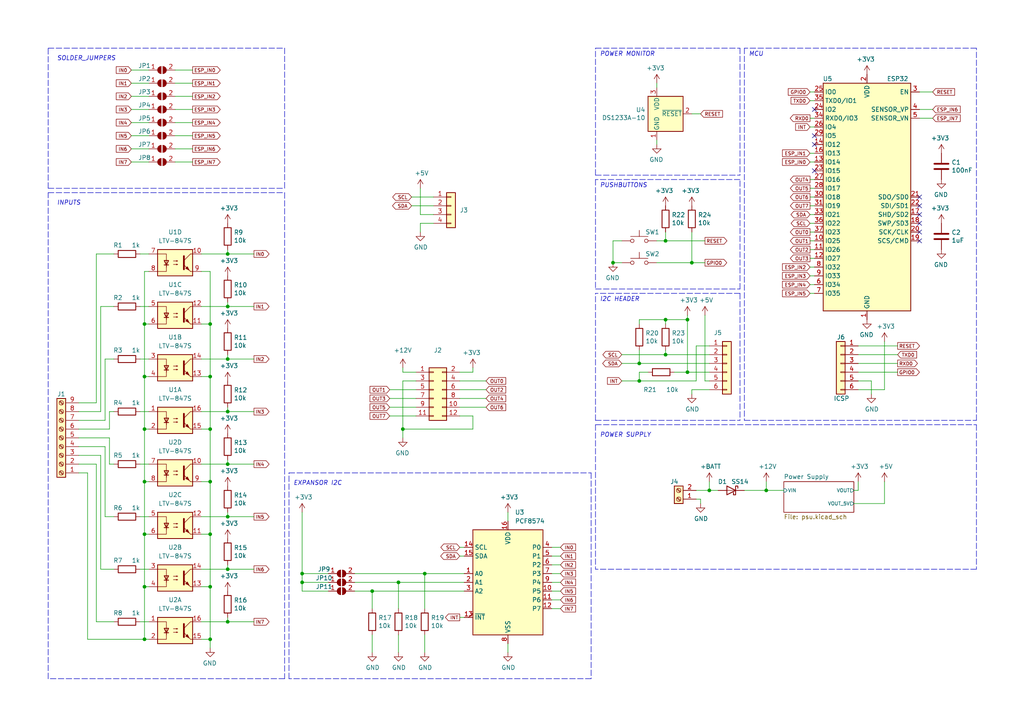
<source format=kicad_sch>
(kicad_sch (version 20211123) (generator eeschema)
  (paper "A4")
  (junction (at 60.96 170.18))
  (junction (at 222.25 142.24))
  (junction (at 66.04 73.66))
  (junction (at 123.19 166.37))
  (junction (at 185.42 110.49))
  (junction (at 60.96 124.46))
  (junction (at 41.91 93.98))
  (junction (at 60.96 185.42))
  (junction (at 87.63 166.37))
  (junction (at 41.91 185.42))
  (junction (at 107.95 171.45))
  (junction (at 185.42 105.41))
  (junction (at 66.04 104.14))
  (junction (at 41.91 124.46))
  (junction (at 116.84 124.46))
  (junction (at 199.39 107.95))
  (junction (at 66.04 149.86))
  (junction (at 41.91 109.22))
  (junction (at 205.74 142.24))
  (junction (at 60.96 139.7))
  (junction (at 41.91 170.18))
  (junction (at 177.8 76.2))
  (junction (at 193.04 102.87))
  (junction (at 66.04 134.62))
  (junction (at 66.04 180.34))
  (junction (at 41.91 139.7))
  (junction (at 200.66 76.2))
  (junction (at 66.04 165.1))
  (junction (at 60.96 154.94))
  (junction (at 115.57 168.91))
  (junction (at 41.91 154.94))
  (junction (at 193.04 69.85))
  (junction (at 193.04 92.71))
  (junction (at 66.04 88.9))
  (junction (at 60.96 93.98))
  (junction (at 66.04 119.38))
  (junction (at 199.39 92.71))
  (junction (at 87.63 168.91))
  (junction (at 60.96 109.22))
  (no_connect (at 236.22 31.75))
  (no_connect (at 266.7 64.77))
  (no_connect (at 236.22 41.91))
  (no_connect (at 236.22 39.37))
  (no_connect (at 266.7 62.23))
  (no_connect (at 236.22 49.53))
  (no_connect (at 266.7 69.85))
  (no_connect (at 266.7 67.31))
  (no_connect (at 266.7 59.69))
  (no_connect (at 266.7 57.15))
  (wire (pts (xy 60.96 124.46) (xy 60.96 139.7)))
  (polyline (pts (xy 82.55 196.85) (xy 13.97 196.85)))
  (wire (pts (xy 234.95 54.61) (xy 236.22 54.61)))
  (wire (pts (xy 133.35 120.65) (xy 137.16 120.65)))
  (wire (pts (xy 193.04 69.85) (xy 190.5 69.85)))
  (wire (pts (xy 38.1 43.18) (xy 43.18 43.18)))
  (wire (pts (xy 60.96 185.42) (xy 60.96 187.96)))
  (wire (pts (xy 40.64 180.34) (xy 43.18 180.34)))
  (polyline (pts (xy 171.45 137.16) (xy 171.45 196.85)))
  (wire (pts (xy 60.96 78.74) (xy 58.42 78.74)))
  (wire (pts (xy 60.96 78.74) (xy 60.96 93.98)))
  (wire (pts (xy 234.95 85.09) (xy 236.22 85.09)))
  (wire (pts (xy 66.04 134.62) (xy 66.04 133.35)))
  (wire (pts (xy 58.42 180.34) (xy 66.04 180.34)))
  (wire (pts (xy 234.95 80.01) (xy 236.22 80.01)))
  (wire (pts (xy 107.95 184.15) (xy 107.95 189.23)))
  (polyline (pts (xy 214.63 83.82) (xy 214.63 52.07)))
  (wire (pts (xy 160.02 173.99) (xy 162.56 173.99)))
  (wire (pts (xy 41.91 109.22) (xy 43.18 109.22)))
  (wire (pts (xy 25.4 185.42) (xy 41.91 185.42)))
  (polyline (pts (xy 172.72 123.19) (xy 283.21 123.19)))
  (wire (pts (xy 133.35 179.07) (xy 134.62 179.07)))
  (polyline (pts (xy 83.82 137.16) (xy 171.45 137.16)))
  (wire (pts (xy 177.8 69.85) (xy 180.34 69.85)))
  (wire (pts (xy 137.16 120.65) (xy 137.16 124.46)))
  (wire (pts (xy 22.86 127) (xy 31.75 127)))
  (wire (pts (xy 66.04 73.66) (xy 73.66 73.66)))
  (wire (pts (xy 185.42 107.95) (xy 185.42 110.49)))
  (wire (pts (xy 133.35 161.29) (xy 134.62 161.29)))
  (wire (pts (xy 234.95 74.93) (xy 236.22 74.93)))
  (wire (pts (xy 50.8 43.18) (xy 55.88 43.18)))
  (polyline (pts (xy 83.82 196.85) (xy 83.82 137.16)))
  (wire (pts (xy 31.75 119.38) (xy 31.75 124.46)))
  (wire (pts (xy 66.04 134.62) (xy 73.66 134.62)))
  (wire (pts (xy 50.8 31.75) (xy 55.88 31.75)))
  (wire (pts (xy 38.1 31.75) (xy 43.18 31.75)))
  (wire (pts (xy 199.39 107.95) (xy 205.74 107.95)))
  (wire (pts (xy 180.34 102.87) (xy 193.04 102.87)))
  (wire (pts (xy 201.93 100.33) (xy 205.74 100.33)))
  (wire (pts (xy 41.91 124.46) (xy 41.91 139.7)))
  (wire (pts (xy 87.63 168.91) (xy 87.63 166.37)))
  (wire (pts (xy 40.64 104.14) (xy 43.18 104.14)))
  (polyline (pts (xy 13.97 55.88) (xy 82.55 55.88)))
  (wire (pts (xy 113.03 115.57) (xy 120.65 115.57)))
  (wire (pts (xy 121.92 62.23) (xy 121.92 54.61)))
  (wire (pts (xy 193.04 93.98) (xy 193.04 92.71)))
  (wire (pts (xy 185.42 105.41) (xy 205.74 105.41)))
  (wire (pts (xy 121.92 64.77) (xy 125.73 64.77)))
  (polyline (pts (xy 215.9 13.97) (xy 215.9 121.92)))
  (wire (pts (xy 60.96 139.7) (xy 58.42 139.7)))
  (wire (pts (xy 116.84 107.95) (xy 120.65 107.95)))
  (wire (pts (xy 256.54 113.03) (xy 256.54 99.06)))
  (wire (pts (xy 187.96 107.95) (xy 185.42 107.95)))
  (wire (pts (xy 115.57 168.91) (xy 134.62 168.91)))
  (wire (pts (xy 200.66 76.2) (xy 200.66 67.31)))
  (wire (pts (xy 252.73 110.49) (xy 252.73 114.3)))
  (wire (pts (xy 60.96 154.94) (xy 60.96 170.18)))
  (wire (pts (xy 30.48 104.14) (xy 33.02 104.14)))
  (wire (pts (xy 234.95 46.99) (xy 236.22 46.99)))
  (wire (pts (xy 185.42 92.71) (xy 193.04 92.71)))
  (wire (pts (xy 205.74 142.24) (xy 208.28 142.24)))
  (wire (pts (xy 160.02 158.75) (xy 162.56 158.75)))
  (wire (pts (xy 160.02 176.53) (xy 162.56 176.53)))
  (polyline (pts (xy 214.63 13.97) (xy 214.63 50.8)))
  (wire (pts (xy 27.94 134.62) (xy 27.94 180.34)))
  (wire (pts (xy 102.87 171.45) (xy 107.95 171.45)))
  (wire (pts (xy 41.91 185.42) (xy 43.18 185.42)))
  (wire (pts (xy 38.1 20.32) (xy 43.18 20.32)))
  (wire (pts (xy 185.42 93.98) (xy 185.42 92.71)))
  (wire (pts (xy 27.94 73.66) (xy 33.02 73.66)))
  (wire (pts (xy 58.42 165.1) (xy 66.04 165.1)))
  (polyline (pts (xy 214.63 52.07) (xy 172.72 52.07)))
  (polyline (pts (xy 171.45 196.85) (xy 83.82 196.85)))
  (wire (pts (xy 27.94 116.84) (xy 27.94 73.66)))
  (wire (pts (xy 22.86 121.92) (xy 30.48 121.92)))
  (wire (pts (xy 31.75 127) (xy 31.75 134.62)))
  (wire (pts (xy 137.16 124.46) (xy 116.84 124.46)))
  (wire (pts (xy 102.87 168.91) (xy 115.57 168.91)))
  (wire (pts (xy 29.21 132.08) (xy 29.21 165.1)))
  (wire (pts (xy 180.34 110.49) (xy 185.42 110.49)))
  (wire (pts (xy 50.8 39.37) (xy 55.88 39.37)))
  (wire (pts (xy 248.92 105.41) (xy 260.35 105.41)))
  (wire (pts (xy 234.95 57.15) (xy 236.22 57.15)))
  (wire (pts (xy 190.5 24.13) (xy 190.5 25.4)))
  (wire (pts (xy 22.86 134.62) (xy 27.94 134.62)))
  (wire (pts (xy 58.42 149.86) (xy 66.04 149.86)))
  (wire (pts (xy 50.8 35.56) (xy 55.88 35.56)))
  (wire (pts (xy 133.35 158.75) (xy 134.62 158.75)))
  (wire (pts (xy 40.64 134.62) (xy 43.18 134.62)))
  (wire (pts (xy 66.04 88.9) (xy 73.66 88.9)))
  (polyline (pts (xy 214.63 85.09) (xy 172.72 85.09)))
  (wire (pts (xy 234.95 82.55) (xy 236.22 82.55)))
  (wire (pts (xy 234.95 62.23) (xy 236.22 62.23)))
  (wire (pts (xy 234.95 69.85) (xy 236.22 69.85)))
  (wire (pts (xy 66.04 88.9) (xy 66.04 87.63)))
  (wire (pts (xy 201.93 144.78) (xy 203.2 144.78)))
  (wire (pts (xy 193.04 102.87) (xy 205.74 102.87)))
  (wire (pts (xy 133.35 107.95) (xy 137.16 107.95)))
  (wire (pts (xy 38.1 39.37) (xy 43.18 39.37)))
  (wire (pts (xy 248.92 100.33) (xy 260.35 100.33)))
  (wire (pts (xy 116.84 124.46) (xy 116.84 110.49)))
  (wire (pts (xy 38.1 35.56) (xy 43.18 35.56)))
  (wire (pts (xy 248.92 110.49) (xy 252.73 110.49)))
  (wire (pts (xy 107.95 171.45) (xy 107.95 176.53)))
  (wire (pts (xy 66.04 73.66) (xy 66.04 72.39)))
  (wire (pts (xy 234.95 72.39) (xy 236.22 72.39)))
  (wire (pts (xy 66.04 165.1) (xy 66.04 163.83)))
  (wire (pts (xy 147.32 186.69) (xy 147.32 189.23)))
  (wire (pts (xy 58.42 104.14) (xy 66.04 104.14)))
  (wire (pts (xy 41.91 154.94) (xy 43.18 154.94)))
  (wire (pts (xy 234.95 36.83) (xy 236.22 36.83)))
  (polyline (pts (xy 172.72 121.92) (xy 214.63 121.92)))
  (wire (pts (xy 199.39 92.71) (xy 199.39 91.44)))
  (wire (pts (xy 160.02 161.29) (xy 162.56 161.29)))
  (polyline (pts (xy 283.21 123.19) (xy 283.21 165.1)))
  (wire (pts (xy 66.04 119.38) (xy 66.04 118.11)))
  (wire (pts (xy 180.34 105.41) (xy 185.42 105.41)))
  (wire (pts (xy 256.54 146.05) (xy 247.65 146.05)))
  (wire (pts (xy 87.63 171.45) (xy 95.25 171.45)))
  (wire (pts (xy 248.92 139.7) (xy 248.92 142.24)))
  (wire (pts (xy 30.48 149.86) (xy 30.48 129.54)))
  (wire (pts (xy 115.57 168.91) (xy 115.57 176.53)))
  (wire (pts (xy 133.35 115.57) (xy 140.97 115.57)))
  (wire (pts (xy 60.96 93.98) (xy 58.42 93.98)))
  (wire (pts (xy 50.8 46.99) (xy 55.88 46.99)))
  (wire (pts (xy 87.63 171.45) (xy 87.63 168.91)))
  (wire (pts (xy 234.95 26.67) (xy 236.22 26.67)))
  (wire (pts (xy 234.95 29.21) (xy 236.22 29.21)))
  (wire (pts (xy 60.96 185.42) (xy 58.42 185.42)))
  (wire (pts (xy 22.86 116.84) (xy 27.94 116.84)))
  (wire (pts (xy 185.42 110.49) (xy 201.93 110.49)))
  (wire (pts (xy 248.92 107.95) (xy 260.35 107.95)))
  (wire (pts (xy 33.02 88.9) (xy 29.21 88.9)))
  (wire (pts (xy 123.19 184.15) (xy 123.19 189.23)))
  (wire (pts (xy 33.02 119.38) (xy 31.75 119.38)))
  (wire (pts (xy 195.58 107.95) (xy 199.39 107.95)))
  (wire (pts (xy 160.02 163.83) (xy 162.56 163.83)))
  (wire (pts (xy 256.54 139.7) (xy 256.54 146.05)))
  (wire (pts (xy 200.66 114.3) (xy 200.66 113.03)))
  (wire (pts (xy 60.96 170.18) (xy 58.42 170.18)))
  (wire (pts (xy 41.91 109.22) (xy 41.91 124.46)))
  (wire (pts (xy 29.21 88.9) (xy 29.21 119.38)))
  (polyline (pts (xy 172.72 13.97) (xy 214.63 13.97)))
  (wire (pts (xy 133.35 113.03) (xy 140.97 113.03)))
  (wire (pts (xy 66.04 104.14) (xy 66.04 102.87)))
  (polyline (pts (xy 215.9 121.92) (xy 283.21 121.92)))
  (wire (pts (xy 43.18 78.74) (xy 41.91 78.74)))
  (wire (pts (xy 40.64 149.86) (xy 43.18 149.86)))
  (wire (pts (xy 107.95 171.45) (xy 134.62 171.45)))
  (polyline (pts (xy 172.72 50.8) (xy 172.72 13.97)))
  (polyline (pts (xy 13.97 54.61) (xy 13.97 13.97)))
  (polyline (pts (xy 214.63 85.09) (xy 214.63 121.92)))
  (wire (pts (xy 40.64 88.9) (xy 43.18 88.9)))
  (wire (pts (xy 116.84 106.68) (xy 116.84 107.95)))
  (wire (pts (xy 58.42 73.66) (xy 66.04 73.66)))
  (wire (pts (xy 60.96 109.22) (xy 58.42 109.22)))
  (wire (pts (xy 22.86 132.08) (xy 29.21 132.08)))
  (wire (pts (xy 185.42 101.6) (xy 185.42 105.41)))
  (wire (pts (xy 60.96 139.7) (xy 60.96 154.94)))
  (wire (pts (xy 234.95 44.45) (xy 236.22 44.45)))
  (wire (pts (xy 193.04 67.31) (xy 193.04 69.85)))
  (wire (pts (xy 41.91 154.94) (xy 41.91 170.18)))
  (wire (pts (xy 58.42 88.9) (xy 66.04 88.9)))
  (wire (pts (xy 113.03 120.65) (xy 120.65 120.65)))
  (wire (pts (xy 60.96 124.46) (xy 58.42 124.46)))
  (wire (pts (xy 234.95 64.77) (xy 236.22 64.77)))
  (wire (pts (xy 234.95 77.47) (xy 236.22 77.47)))
  (polyline (pts (xy 172.72 123.19) (xy 172.72 165.1)))
  (wire (pts (xy 22.86 124.46) (xy 31.75 124.46)))
  (wire (pts (xy 204.47 91.44) (xy 204.47 110.49)))
  (wire (pts (xy 66.04 180.34) (xy 73.66 180.34)))
  (wire (pts (xy 60.96 93.98) (xy 60.96 109.22)))
  (wire (pts (xy 87.63 166.37) (xy 95.25 166.37)))
  (wire (pts (xy 60.96 170.18) (xy 60.96 185.42)))
  (polyline (pts (xy 283.21 121.92) (xy 283.21 13.97)))
  (wire (pts (xy 29.21 165.1) (xy 33.02 165.1)))
  (wire (pts (xy 60.96 109.22) (xy 60.96 124.46)))
  (wire (pts (xy 203.2 144.78) (xy 203.2 146.05)))
  (wire (pts (xy 116.84 127) (xy 116.84 124.46)))
  (wire (pts (xy 22.86 137.16) (xy 25.4 137.16)))
  (wire (pts (xy 177.8 76.2) (xy 177.8 69.85)))
  (wire (pts (xy 193.04 92.71) (xy 199.39 92.71)))
  (wire (pts (xy 115.57 184.15) (xy 115.57 189.23)))
  (wire (pts (xy 147.32 148.59) (xy 147.32 151.13)))
  (wire (pts (xy 66.04 119.38) (xy 73.66 119.38)))
  (wire (pts (xy 248.92 102.87) (xy 260.35 102.87)))
  (wire (pts (xy 66.04 165.1) (xy 73.66 165.1)))
  (polyline (pts (xy 172.72 83.82) (xy 214.63 83.82)))
  (wire (pts (xy 41.91 170.18) (xy 41.91 185.42)))
  (wire (pts (xy 121.92 67.31) (xy 121.92 64.77)))
  (wire (pts (xy 200.66 113.03) (xy 205.74 113.03)))
  (wire (pts (xy 102.87 166.37) (xy 123.19 166.37)))
  (wire (pts (xy 41.91 139.7) (xy 43.18 139.7)))
  (wire (pts (xy 66.04 149.86) (xy 66.04 148.59)))
  (wire (pts (xy 87.63 148.59) (xy 87.63 166.37)))
  (wire (pts (xy 193.04 101.6) (xy 193.04 102.87)))
  (wire (pts (xy 119.38 57.15) (xy 125.73 57.15)))
  (wire (pts (xy 201.93 142.24) (xy 205.74 142.24)))
  (wire (pts (xy 30.48 121.92) (xy 30.48 104.14)))
  (wire (pts (xy 41.91 78.74) (xy 41.91 93.98)))
  (wire (pts (xy 50.8 27.94) (xy 55.88 27.94)))
  (wire (pts (xy 41.91 170.18) (xy 43.18 170.18)))
  (wire (pts (xy 204.47 69.85) (xy 193.04 69.85)))
  (wire (pts (xy 30.48 129.54) (xy 22.86 129.54)))
  (wire (pts (xy 38.1 46.99) (xy 43.18 46.99)))
  (wire (pts (xy 123.19 166.37) (xy 134.62 166.37)))
  (wire (pts (xy 125.73 62.23) (xy 121.92 62.23)))
  (wire (pts (xy 215.9 142.24) (xy 222.25 142.24)))
  (wire (pts (xy 266.7 31.75) (xy 270.51 31.75)))
  (wire (pts (xy 40.64 165.1) (xy 43.18 165.1)))
  (wire (pts (xy 248.92 142.24) (xy 247.65 142.24)))
  (wire (pts (xy 66.04 104.14) (xy 73.66 104.14)))
  (polyline (pts (xy 283.21 13.97) (xy 215.9 13.97)))
  (wire (pts (xy 190.5 41.91) (xy 190.5 40.64)))
  (wire (pts (xy 234.95 52.07) (xy 236.22 52.07)))
  (wire (pts (xy 133.35 118.11) (xy 140.97 118.11)))
  (polyline (pts (xy 172.72 52.07) (xy 172.72 83.82)))
  (wire (pts (xy 41.91 93.98) (xy 41.91 109.22)))
  (polyline (pts (xy 13.97 196.85) (xy 13.97 55.88)))
  (wire (pts (xy 199.39 92.71) (xy 199.39 107.95)))
  (wire (pts (xy 40.64 73.66) (xy 43.18 73.66)))
  (wire (pts (xy 234.95 67.31) (xy 236.22 67.31)))
  (wire (pts (xy 190.5 76.2) (xy 200.66 76.2)))
  (wire (pts (xy 25.4 137.16) (xy 25.4 185.42)))
  (polyline (pts (xy 13.97 54.61) (xy 82.55 54.61)))
  (wire (pts (xy 27.94 180.34) (xy 33.02 180.34)))
  (polyline (pts (xy 82.55 13.97) (xy 82.55 54.61)))
  (wire (pts (xy 160.02 168.91) (xy 162.56 168.91)))
  (wire (pts (xy 66.04 180.34) (xy 66.04 179.07)))
  (wire (pts (xy 41.91 93.98) (xy 43.18 93.98)))
  (wire (pts (xy 50.8 20.32) (xy 55.88 20.32)))
  (wire (pts (xy 33.02 149.86) (xy 30.48 149.86)))
  (wire (pts (xy 137.16 107.95) (xy 137.16 106.68)))
  (wire (pts (xy 31.75 134.62) (xy 33.02 134.62)))
  (wire (pts (xy 113.03 118.11) (xy 120.65 118.11)))
  (wire (pts (xy 116.84 110.49) (xy 120.65 110.49)))
  (polyline (pts (xy 13.97 13.97) (xy 82.55 13.97)))
  (wire (pts (xy 222.25 142.24) (xy 227.33 142.24)))
  (wire (pts (xy 87.63 168.91) (xy 95.25 168.91)))
  (wire (pts (xy 41.91 139.7) (xy 41.91 154.94)))
  (wire (pts (xy 222.25 139.7) (xy 222.25 142.24)))
  (wire (pts (xy 66.04 149.86) (xy 73.66 149.86)))
  (wire (pts (xy 234.95 59.69) (xy 236.22 59.69)))
  (wire (pts (xy 60.96 154.94) (xy 58.42 154.94)))
  (polyline (pts (xy 172.72 50.8) (xy 214.63 50.8)))
  (wire (pts (xy 123.19 166.37) (xy 123.19 176.53)))
  (polyline (pts (xy 283.21 165.1) (xy 172.72 165.1)))
  (wire (pts (xy 177.8 76.2) (xy 180.34 76.2)))
  (wire (pts (xy 204.47 110.49) (xy 205.74 110.49)))
  (polyline (pts (xy 82.55 55.88) (xy 82.55 196.85)))
  (wire (pts (xy 160.02 166.37) (xy 162.56 166.37)))
  (wire (pts (xy 40.64 119.38) (xy 43.18 119.38)))
  (wire (pts (xy 201.93 110.49) (xy 201.93 100.33)))
  (wire (pts (xy 58.42 134.62) (xy 66.04 134.62)))
  (wire (pts (xy 205.74 139.7) (xy 205.74 142.24)))
  (wire (pts (xy 204.47 76.2) (xy 200.66 76.2)))
  (wire (pts (xy 270.51 26.67) (xy 266.7 26.67)))
  (wire (pts (xy 266.7 34.29) (xy 270.51 34.29)))
  (wire (pts (xy 29.21 119.38) (xy 22.86 119.38)))
  (wire (pts (xy 234.95 34.29) (xy 236.22 34.29)))
  (wire (pts (xy 38.1 24.13) (xy 43.18 24.13)))
  (wire (pts (xy 113.03 113.03) (xy 120.65 113.03)))
  (wire (pts (xy 41.91 124.46) (xy 43.18 124.46)))
  (wire (pts (xy 119.38 59.69) (xy 125.73 59.69)))
  (wire (pts (xy 248.92 113.03) (xy 256.54 113.03)))
  (wire (pts (xy 58.42 119.38) (xy 66.04 119.38)))
  (wire (pts (xy 50.8 24.13) (xy 55.88 24.13)))
  (wire (pts (xy 203.2 33.02) (xy 200.66 33.02)))
  (wire (pts (xy 38.1 27.94) (xy 43.18 27.94)))
  (wire (pts (xy 160.02 171.45) (xy 162.56 171.45)))
  (polyline (pts (xy 172.72 121.92) (xy 172.72 85.09)))
  (wire (pts (xy 133.35 110.49) (xy 140.97 110.49)))
  (text "POWER MONITOR" (at 173.99 16.51 0) (effects (font (size 1.27 1.27) italic) (justify left bottom)))
  (text "I2C HEADER" (at 173.99 87.63 0) (effects (font (size 1.27 1.27) italic) (justify left bottom)))
  (text "EXPANSOR I2C" (at 85.09 140.97 0) (effects (font (size 1.27 1.27) italic) (justify left bottom)))
  (text "POWER SUPPLY" (at 173.99 127 0) (effects (font (size 1.27 1.27) italic) (justify left bottom)))
  (text "INPUTS" (at 16.51 59.69 0) (effects (font (size 1.27 1.27) italic) (justify left bottom)))
  (text "MCU" (at 217.17 16.51 0) (effects (font (size 1.27 1.27) italic) (justify left bottom)))
  (text "PUSHBUTTONS" (at 173.99 54.61 0) (effects (font (size 1.27 1.27) italic) (justify left bottom)))
  (text "SOLDER_JUMPERS" (at 16.51 17.78 0) (effects (font (size 1.27 1.27) italic) (justify left bottom)))
  (global_label "IN2" (shape input) (at 162.56 163.83 0) (effects (font (size 1 1))) (property "Intersheet References" "${INTERSHEET_REFS}" (effects hide)))
  (global_label "GPIO0" (shape input) (at 234.95 26.67 180) (effects (font (size 0.9906 0.9906))) (property "Intersheet References" "${INTERSHEET_REFS}" (effects hide)))
  (global_label "SCL" (shape bidirectional) (at 133.35 158.75 180) (effects (font (size 0.9906 0.9906))) (property "Intersheet References" "${INTERSHEET_REFS}" (effects hide)))
  (global_label "SDA" (shape bidirectional) (at 119.38 59.69 180) (effects (font (size 0.9906 0.9906))) (property "Intersheet References" "${INTERSHEET_REFS}" (effects hide)))
  (global_label "IN7" (shape input) (at 38.1 46.99 180) (effects (font (size 1 1))) (property "Intersheet References" "${INTERSHEET_REFS}" (effects hide)))
  (global_label "RESET" (shape input) (at 270.51 26.67 0) (effects (font (size 0.9906 0.9906))) (property "Intersheet References" "${INTERSHEET_REFS}" (effects hide)))
  (global_label "TXD0" (shape input) (at 234.95 29.21 180) (effects (font (size 0.9906 0.9906))) (property "Intersheet References" "${INTERSHEET_REFS}" (effects hide)))
  (global_label "OUT6" (shape output) (at 234.95 57.15 180) (effects (font (size 1 1))) (property "Intersheet References" "${INTERSHEET_REFS}" (effects hide)))
  (global_label "IN0" (shape input) (at 162.56 158.75 0) (effects (font (size 1 1))) (property "Intersheet References" "${INTERSHEET_REFS}" (effects hide)))
  (global_label "OUT2" (shape input) (at 140.97 113.03 0) (effects (font (size 1 1))) (property "Intersheet References" "${INTERSHEET_REFS}" (effects hide)))
  (global_label "SCL" (shape bidirectional) (at 180.34 102.87 180) (effects (font (size 0.9906 0.9906))) (property "Intersheet References" "${INTERSHEET_REFS}" (effects hide)))
  (global_label "OUT5" (shape input) (at 113.03 118.11 180) (effects (font (size 1 1))) (property "Intersheet References" "${INTERSHEET_REFS}" (effects hide)))
  (global_label "IN1" (shape output) (at 73.66 88.9 0) (effects (font (size 1 1))) (property "Intersheet References" "${INTERSHEET_REFS}" (effects hide)))
  (global_label "ESP_IN5" (shape output) (at 55.88 39.37 0) (effects (font (size 1 1))) (property "Intersheet References" "${INTERSHEET_REFS}" (effects hide)))
  (global_label "SCL" (shape bidirectional) (at 234.95 64.77 180) (effects (font (size 0.9906 0.9906))) (property "Intersheet References" "${INTERSHEET_REFS}" (effects hide)))
  (global_label "ESP_IN2" (shape input) (at 234.95 77.47 180) (effects (font (size 1 1))) (property "Intersheet References" "${INTERSHEET_REFS}" (effects hide)))
  (global_label "OUT7" (shape input) (at 113.03 120.65 180) (effects (font (size 1 1))) (property "Intersheet References" "${INTERSHEET_REFS}" (effects hide)))
  (global_label "TXD0" (shape input) (at 260.35 102.87 0) (effects (font (size 0.9906 0.9906))) (property "Intersheet References" "${INTERSHEET_REFS}" (effects hide)))
  (global_label "OUT4" (shape input) (at 140.97 115.57 0) (effects (font (size 1 1))) (property "Intersheet References" "${INTERSHEET_REFS}" (effects hide)))
  (global_label "RXD0" (shape output) (at 260.35 105.41 0) (effects (font (size 0.9906 0.9906))) (property "Intersheet References" "${INTERSHEET_REFS}" (effects hide)))
  (global_label "IN4" (shape input) (at 162.56 168.91 0) (effects (font (size 1 1))) (property "Intersheet References" "${INTERSHEET_REFS}" (effects hide)))
  (global_label "IN5" (shape input) (at 162.56 171.45 0) (effects (font (size 1 1))) (property "Intersheet References" "${INTERSHEET_REFS}" (effects hide)))
  (global_label "SCL" (shape bidirectional) (at 119.38 57.15 180) (effects (font (size 0.9906 0.9906))) (property "Intersheet References" "${INTERSHEET_REFS}" (effects hide)))
  (global_label "IN7" (shape input) (at 162.56 176.53 0) (effects (font (size 1 1))) (property "Intersheet References" "${INTERSHEET_REFS}" (effects hide)))
  (global_label "IN2" (shape output) (at 73.66 104.14 0) (effects (font (size 1 1))) (property "Intersheet References" "${INTERSHEET_REFS}" (effects hide)))
  (global_label "OUT7" (shape output) (at 234.95 59.69 180) (effects (font (size 1 1))) (property "Intersheet References" "${INTERSHEET_REFS}" (effects hide)))
  (global_label "ESP_IN5" (shape input) (at 234.95 85.09 180) (effects (font (size 1 1))) (property "Intersheet References" "${INTERSHEET_REFS}" (effects hide)))
  (global_label "ESP_IN4" (shape output) (at 55.88 35.56 0) (effects (font (size 1 1))) (property "Intersheet References" "${INTERSHEET_REFS}" (effects hide)))
  (global_label "OUT0" (shape output) (at 234.95 67.31 180) (effects (font (size 1 1))) (property "Intersheet References" "${INTERSHEET_REFS}" (effects hide)))
  (global_label "RXD0" (shape output) (at 234.95 34.29 180) (effects (font (size 0.9906 0.9906))) (property "Intersheet References" "${INTERSHEET_REFS}" (effects hide)))
  (global_label "OUT5" (shape output) (at 234.95 54.61 180) (effects (font (size 1 1))) (property "Intersheet References" "${INTERSHEET_REFS}" (effects hide)))
  (global_label "IN6" (shape input) (at 162.56 173.99 0) (effects (font (size 1 1))) (property "Intersheet References" "${INTERSHEET_REFS}" (effects hide)))
  (global_label "ESP_IN1" (shape input) (at 234.95 44.45 180) (effects (font (size 1 1))) (property "Intersheet References" "${INTERSHEET_REFS}" (effects hide)))
  (global_label "IN3" (shape input) (at 162.56 166.37 0) (effects (font (size 1 1))) (property "Intersheet References" "${INTERSHEET_REFS}" (effects hide)))
  (global_label "IN6" (shape input) (at 38.1 43.18 180) (effects (font (size 1 1))) (property "Intersheet References" "${INTERSHEET_REFS}" (effects hide)))
  (global_label "GPIO0" (shape output) (at 204.47 76.2 0) (effects (font (size 0.9906 0.9906))) (property "Intersheet References" "${INTERSHEET_REFS}" (effects hide)))
  (global_label "OUT3" (shape input) (at 113.03 115.57 180) (effects (font (size 1 1))) (property "Intersheet References" "${INTERSHEET_REFS}" (effects hide)))
  (global_label "ESP_IN4" (shape input) (at 234.95 82.55 180) (effects (font (size 1 1))) (property "Intersheet References" "${INTERSHEET_REFS}" (effects hide)))
  (global_label "IN4" (shape output) (at 73.66 134.62 0) (effects (font (size 1 1))) (property "Intersheet References" "${INTERSHEET_REFS}" (effects hide)))
  (global_label "OUT4" (shape output) (at 234.95 52.07 180) (effects (font (size 1 1))) (property "Intersheet References" "${INTERSHEET_REFS}" (effects hide)))
  (global_label "IN3" (shape input) (at 38.1 31.75 180) (effects (font (size 1 1))) (property "Intersheet References" "${INTERSHEET_REFS}" (effects hide)))
  (global_label "SDA" (shape bidirectional) (at 234.95 62.23 180) (effects (font (size 0.9906 0.9906))) (property "Intersheet References" "${INTERSHEET_REFS}" (effects hide)))
  (global_label "ESP_IN0" (shape output) (at 55.88 20.32 0) (effects (font (size 1 1))) (property "Intersheet References" "${INTERSHEET_REFS}" (effects hide)))
  (global_label "ESP_IN3" (shape input) (at 234.95 80.01 180) (effects (font (size 1 1))) (property "Intersheet References" "${INTERSHEET_REFS}" (effects hide)))
  (global_label "IN1" (shape input) (at 38.1 24.13 180) (effects (font (size 1 1))) (property "Intersheet References" "${INTERSHEET_REFS}" (effects hide)))
  (global_label "RESET" (shape output) (at 204.47 69.85 0) (effects (font (size 0.9906 0.9906))) (property "Intersheet References" "${INTERSHEET_REFS}" (effects hide)))
  (global_label "IN0" (shape output) (at 73.66 73.66 0) (effects (font (size 1 1))) (property "Intersheet References" "${INTERSHEET_REFS}" (effects hide)))
  (global_label "ESP_IN1" (shape output) (at 55.88 24.13 0) (effects (font (size 1 1))) (property "Intersheet References" "${INTERSHEET_REFS}" (effects hide)))
  (global_label "OUT1" (shape input) (at 113.03 113.03 180) (effects (font (size 1 1))) (property "Intersheet References" "${INTERSHEET_REFS}" (effects hide)))
  (global_label "RESET" (shape input) (at 203.2 33.02 0) (effects (font (size 0.9906 0.9906))) (property "Intersheet References" "${INTERSHEET_REFS}" (effects hide)))
  (global_label "GPIO0" (shape output) (at 260.35 107.95 0) (effects (font (size 0.9906 0.9906))) (property "Intersheet References" "${INTERSHEET_REFS}" (effects hide)))
  (global_label "RESET" (shape output) (at 260.35 100.33 0) (effects (font (size 0.9906 0.9906))) (property "Intersheet References" "${INTERSHEET_REFS}" (effects hide)))
  (global_label "IN2" (shape input) (at 38.1 27.94 180) (effects (font (size 1 1))) (property "Intersheet References" "${INTERSHEET_REFS}" (effects hide)))
  (global_label "INT" (shape input) (at 180.34 110.49 180) (effects (font (size 0.9906 0.9906))) (property "Intersheet References" "${INTERSHEET_REFS}" (effects hide)))
  (global_label "SDA" (shape bidirectional) (at 133.35 161.29 180) (effects (font (size 0.9906 0.9906))) (property "Intersheet References" "${INTERSHEET_REFS}" (effects hide)))
  (global_label "OUT6" (shape input) (at 140.97 118.11 0) (effects (font (size 1 1))) (property "Intersheet References" "${INTERSHEET_REFS}" (effects hide)))
  (global_label "IN3" (shape output) (at 73.66 119.38 0) (effects (font (size 1 1))) (property "Intersheet References" "${INTERSHEET_REFS}" (effects hide)))
  (global_label "IN4" (shape input) (at 38.1 35.56 180) (effects (font (size 1 1))) (property "Intersheet References" "${INTERSHEET_REFS}" (effects hide)))
  (global_label "ESP_IN0" (shape input) (at 234.95 46.99 180) (effects (font (size 1 1))) (property "Intersheet References" "${INTERSHEET_REFS}" (effects hide)))
  (global_label "IN0" (shape input) (at 38.1 20.32 180) (effects (font (size 1 1))) (property "Intersheet References" "${INTERSHEET_REFS}" (effects hide)))
  (global_label "OUT2" (shape output) (at 234.95 72.39 180) (effects (font (size 1 1))) (property "Intersheet References" "${INTERSHEET_REFS}" (effects hide)))
  (global_label "IN7" (shape output) (at 73.66 180.34 0) (effects (font (size 1 1))) (property "Intersheet References" "${INTERSHEET_REFS}" (effects hide)))
  (global_label "ESP_IN6" (shape output) (at 55.88 43.18 0) (effects (font (size 1 1))) (property "Intersheet References" "${INTERSHEET_REFS}" (effects hide)))
  (global_label "ESP_IN7" (shape output) (at 55.88 46.99 0) (effects (font (size 1 1))) (property "Intersheet References" "${INTERSHEET_REFS}" (effects hide)))
  (global_label "IN1" (shape input) (at 162.56 161.29 0) (effects (font (size 1 1))) (property "Intersheet References" "${INTERSHEET_REFS}" (effects hide)))
  (global_label "IN5" (shape input) (at 38.1 39.37 180) (effects (font (size 1 1))) (property "Intersheet References" "${INTERSHEET_REFS}" (effects hide)))
  (global_label "OUT1" (shape output) (at 234.95 69.85 180) (effects (font (size 1 1))) (property "Intersheet References" "${INTERSHEET_REFS}" (effects hide)))
  (global_label "ESP_IN6" (shape input) (at 270.51 31.75 0) (effects (font (size 1 1))) (property "Intersheet References" "${INTERSHEET_REFS}" (effects hide)))
  (global_label "INT" (shape input) (at 234.95 36.83 180) (effects (font (size 1 1))) (property "Intersheet References" "${INTERSHEET_REFS}" (effects hide)))
  (global_label "ESP_IN2" (shape output) (at 55.88 27.94 0) (effects (font (size 1 1))) (property "Intersheet References" "${INTERSHEET_REFS}" (effects hide)))
  (global_label "IN6" (shape output) (at 73.66 165.1 0) (effects (font (size 1 1))) (property "Intersheet References" "${INTERSHEET_REFS}" (effects hide)))
  (global_label "OUT0" (shape input) (at 140.97 110.49 0) (effects (font (size 1 1))) (property "Intersheet References" "${INTERSHEET_REFS}" (effects hide)))
  (global_label "SDA" (shape bidirectional) (at 180.34 105.41 180) (effects (font (size 0.9906 0.9906))) (property "Intersheet References" "${INTERSHEET_REFS}" (effects hide)))
  (global_label "IN5" (shape output) (at 73.66 149.86 0) (effects (font (size 1 1))) (property "Intersheet References" "${INTERSHEET_REFS}" (effects hide)))
  (global_label "OUT3" (shape output) (at 234.95 74.93 180) (effects (font (size 1 1))) (property "Intersheet References" "${INTERSHEET_REFS}" (effects hide)))
  (global_label "ESP_IN7" (shape input) (at 270.51 34.29 0) (effects (font (size 1 1))) (property "Intersheet References" "${INTERSHEET_REFS}" (effects hide)))
  (global_label "ESP_IN3" (shape output) (at 55.88 31.75 0) (effects (font (size 1 1))) (property "Intersheet References" "${INTERSHEET_REFS}" (effects hide)))
  (global_label "INT" (shape output) (at 133.35 179.07 180) (effects (font (size 0.9906 0.9906))) (property "Intersheet References" "${INTERSHEET_REFS}" (effects hide)))
  (symbol (lib_id "Jumper:SolderJumper_2_Open") (at 46.99 46.99 0) (unit 1)
    (property "Reference" "JP8" (at 41.91 45.72 0))
    (property "Value" "SolderJumper_2_Open" (effects hide))
    (property "Footprint" "Jumper:SolderJumper-2_P1.3mm_Open_RoundedPad1.0x1.5mm" (effects hide))
    (property "Fitted" "Yes" (effects hide))
  )
  (symbol (lib_id "power:+3V3") (at 66.04 140.97 0) (unit 1)
    (property "Reference" "#PWR07" (effects hide))
    (property "Value" "+3V3" (at 66.421 136.5758 0))
  )
  (symbol (lib_id "Isolator:LTV-847S") (at 50.8 76.2 0) (unit 4)
    (property "Reference" "U1" (at 50.8 67.31 0))
    (property "Value" "LTV-847S" (at 50.8 69.85 0))
    (property "Footprint" "Package_DIP:SMDIP-16_W9.53mm" (effects hide))
    (property "Datasheet" "http://www.us.liteon.com/downloads/LTV-817-827-847.PDF" (effects hide))
  )
  (symbol (lib_id "Device:R") (at 193.04 97.79 0) (unit 1)
    (property "Reference" "R23" (at 194.818 96.6216 0) (effects (justify left)))
    (property "Value" "10k" (at 194.818 98.933 0) (effects (justify left)))
    (property "Footprint" "Resistor_SMD:R_1206_3216Metric" (effects hide))
    (property "Datasheet" "https://www.yageo.com/upload/media/product/productsearch/datasheet/rchip/PYu-RC_Group_51_RoHS_L_11.pdf" (effects hide))
    (property "manf#" "RC1206FR-0710KL" (effects hide))
    (property "Fitted" "Yes" (effects hide))
  )
  (symbol (lib_id "power:+3V3") (at 66.04 156.21 0) (unit 1)
    (property "Reference" "#PWR08" (effects hide))
    (property "Value" "+3V3" (at 66.421 151.8158 0))
  )
  (symbol (lib_id "Device:R") (at 36.83 104.14 90) (unit 1)
    (property "Reference" "R3" (at 35.56 101.6 90) (effects (justify left)))
    (property "Value" "1k" (at 40.64 101.6 90) (effects (justify left)))
    (property "Footprint" "Resistor_SMD:R_1206_3216Metric" (effects hide))
    (property "Datasheet" "https://www.yageo.com/upload/media/product/productsearch/datasheet/rchip/PYu-RC_Group_51_RoHS_L_11.pdf" (effects hide))
    (property "manf#" "RC1206FR-071KL" (effects hide))
    (property "Fitted" "Yes" (effects hide))
  )
  (symbol (lib_id "power:GND") (at 60.96 187.96 0) (mirror y) (unit 1)
    (property "Reference" "#PWR01" (effects hide))
    (property "Value" "GND" (at 60.833 192.3542 0))
  )
  (symbol (lib_id "Isolator:LTV-847S") (at 50.8 121.92 0) (unit 1)
    (property "Reference" "U1" (at 50.8 113.03 0))
    (property "Value" "LTV-847S" (at 50.8 115.57 0))
    (property "Footprint" "Package_DIP:SMDIP-16_W9.53mm" (effects hide))
    (property "Datasheet" "http://www.us.liteon.com/downloads/LTV-817-827-847.PDF" (effects hide))
  )
  (symbol (lib_id "Device:R") (at 36.83 73.66 90) (unit 1)
    (property "Reference" "R1" (at 35.56 71.12 90) (effects (justify left)))
    (property "Value" "1k" (at 40.64 71.12 90) (effects (justify left)))
    (property "Footprint" "Resistor_SMD:R_1206_3216Metric" (effects hide))
    (property "Datasheet" "https://www.yageo.com/upload/media/product/productsearch/datasheet/rchip/PYu-RC_Group_51_RoHS_L_11.pdf" (effects hide))
    (property "manf#" "RC1206FR-071KL" (effects hide))
    (property "Fitted" "Yes" (effects hide))
  )
  (symbol (lib_id "power:+3V3") (at 256.54 99.06 0) (unit 1)
    (property "Reference" "#PWR036" (effects hide))
    (property "Value" "+3V3" (at 256.921 94.6658 0))
  )
  (symbol (lib_id "power:GND") (at 121.92 67.31 0) (unit 1)
    (property "Reference" "#PWR016" (effects hide))
    (property "Value" "GND" (at 122.047 71.7042 0))
  )
  (symbol (lib_id "Isolator:LTV-847S") (at 50.8 137.16 0) (unit 4)
    (property "Reference" "U2" (at 50.8 128.27 0))
    (property "Value" "LTV-847S" (at 50.8 130.81 0))
    (property "Footprint" "Package_DIP:SMDIP-16_W9.53mm" (effects hide))
    (property "Datasheet" "http://www.us.liteon.com/downloads/LTV-817-827-847.PDF" (effects hide))
  )
  (symbol (lib_id "Device:R") (at 66.04 68.58 0) (unit 1)
    (property "Reference" "R9" (at 67.818 67.4116 0) (effects (justify left)))
    (property "Value" "10k" (at 67.818 69.723 0) (effects (justify left)))
    (property "Footprint" "Resistor_SMD:R_1206_3216Metric" (effects hide))
    (property "Datasheet" "https://www.yageo.com/upload/media/product/productsearch/datasheet/rchip/PYu-RC_Group_51_RoHS_L_11.pdf" (effects hide))
    (property "manf#" "RC1206FR-0710KL" (effects hide))
    (property "Fitted" "Yes" (effects hide))
  )
  (symbol (lib_id "power:GND") (at 273.05 72.39 0) (mirror y) (unit 1)
    (property "Reference" "#PWR041" (effects hide))
    (property "Value" "GND" (at 272.923 76.7842 0))
  )
  (symbol (lib_id "Isolator:LTV-847S") (at 50.8 167.64 0) (unit 2)
    (property "Reference" "U2" (at 50.8 158.75 0))
    (property "Value" "LTV-847S" (at 50.8 161.29 0))
    (property "Footprint" "Package_DIP:SMDIP-16_W9.53mm" (effects hide))
    (property "Datasheet" "http://www.us.liteon.com/downloads/LTV-817-827-847.PDF" (effects hide))
  )
  (symbol (lib_id "power:GND") (at 273.05 52.07 0) (mirror y) (unit 1)
    (property "Reference" "#PWR039" (effects hide))
    (property "Value" "GND" (at 272.923 56.4642 0))
  )
  (symbol (lib_id "power:+5V") (at 204.47 91.44 0) (unit 1)
    (property "Reference" "#PWR029" (effects hide))
    (property "Value" "+5V" (at 204.851 87.0458 0))
  )
  (symbol (lib_id "power:GND") (at 252.73 114.3 0) (unit 1)
    (property "Reference" "#PWR035" (effects hide))
    (property "Value" "GND" (at 252.857 118.6942 0))
  )
  (symbol (lib_id "power:+3V3") (at 193.04 59.69 0) (mirror y) (unit 1)
    (property "Reference" "#PWR024" (effects hide))
    (property "Value" "+3V3" (at 192.659 55.2958 0))
  )
  (symbol (lib_id "power:+3V3") (at 66.04 95.25 0) (unit 1)
    (property "Reference" "#PWR04" (effects hide))
    (property "Value" "+3V3" (at 66.421 90.8558 0))
  )
  (symbol (lib_id "Connector:Screw_Terminal_01x09") (at 17.78 127 180) (unit 1)
    (property "Reference" "J1" (at 17.78 114.3 0))
    (property "Value" "Screw_Terminal_01x09" (effects hide))
    (property "Footprint" "TerminalBlock_Phoenix:TerminalBlock_Phoenix_MKDS-1,5-9-5.08_1x09_P5.08mm_Horizontal" (effects hide))
  )
  (symbol (lib_id "Device:R") (at 185.42 97.79 0) (unit 1)
    (property "Reference" "R20" (at 187.198 96.6216 0) (effects (justify left)))
    (property "Value" "10k" (at 187.198 98.933 0) (effects (justify left)))
    (property "Footprint" "Resistor_SMD:R_1206_3216Metric" (effects hide))
    (property "Datasheet" "https://www.yageo.com/upload/media/product/productsearch/datasheet/rchip/PYu-RC_Group_51_RoHS_L_11.pdf" (effects hide))
    (property "manf#" "RC1206FR-0710KL" (effects hide))
    (property "Fitted" "Yes" (effects hide))
  )
  (symbol (lib_id "Device:R") (at 36.83 165.1 90) (unit 1)
    (property "Reference" "R7" (at 35.56 162.56 90) (effects (justify left)))
    (property "Value" "1k" (at 40.64 162.56 90) (effects (justify left)))
    (property "Footprint" "Resistor_SMD:R_1206_3216Metric" (effects hide))
    (property "Datasheet" "https://www.yageo.com/upload/media/product/productsearch/datasheet/rchip/PYu-RC_Group_51_RoHS_L_11.pdf" (effects hide))
    (property "manf#" "RC1206FR-071KL" (effects hide))
    (property "Fitted" "Yes" (effects hide))
  )
  (symbol (lib_id "Device:R") (at 123.19 180.34 0) (unit 1)
    (property "Reference" "R19" (at 124.968 179.1716 0) (effects (justify left)))
    (property "Value" "10k" (at 124.968 181.483 0) (effects (justify left)))
    (property "Footprint" "Resistor_SMD:R_1206_3216Metric" (effects hide))
    (property "Datasheet" "https://www.yageo.com/upload/media/product/productsearch/datasheet/rchip/PYu-RC_Group_51_RoHS_L_11.pdf" (effects hide))
    (property "manf#" "RC1206FR-0710KL" (effects hide))
    (property "Fitted" "Yes" (effects hide))
  )
  (symbol (lib_id "Device:R") (at 191.77 107.95 90) (unit 1)
    (property "Reference" "R21" (at 190.5 113.03 90) (effects (justify left)))
    (property "Value" "10k" (at 196.85 113.03 90) (effects (justify left)))
    (property "Footprint" "Resistor_SMD:R_1206_3216Metric" (effects hide))
    (property "Datasheet" "https://www.yageo.com/upload/media/product/productsearch/datasheet/rchip/PYu-RC_Group_51_RoHS_L_11.pdf" (effects hide))
    (property "manf#" "RC1206FR-0710KL" (effects hide))
    (property "Fitted" "Yes" (effects hide))
  )
  (symbol (lib_id "Jumper:SolderJumper_2_Open") (at 46.99 43.18 0) (unit 1)
    (property "Reference" "JP7" (at 41.91 41.91 0))
    (property "Value" "SolderJumper_2_Open" (effects hide))
    (property "Footprint" "Jumper:SolderJumper-2_P1.3mm_Open_RoundedPad1.0x1.5mm" (effects hide))
    (property "Fitted" "Yes" (effects hide))
  )
  (symbol (lib_id "Device:R") (at 66.04 129.54 0) (unit 1)
    (property "Reference" "R13" (at 67.818 128.3716 0) (effects (justify left)))
    (property "Value" "10k" (at 67.818 130.683 0) (effects (justify left)))
    (property "Footprint" "Resistor_SMD:R_1206_3216Metric" (effects hide))
    (property "Datasheet" "https://www.yageo.com/upload/media/product/productsearch/datasheet/rchip/PYu-RC_Group_51_RoHS_L_11.pdf" (effects hide))
    (property "manf#" "RC1206FR-0710KL" (effects hide))
    (property "Fitted" "Yes" (effects hide))
  )
  (symbol (lib_id "power:+3V3") (at 66.04 64.77 0) (unit 1)
    (property "Reference" "#PWR02" (effects hide))
    (property "Value" "+3V3" (at 66.421 60.3758 0))
  )
  (symbol (lib_id "power:+3V3") (at 66.04 171.45 0) (unit 1)
    (property "Reference" "#PWR09" (effects hide))
    (property "Value" "+3V3" (at 66.421 167.0558 0))
  )
  (symbol (lib_id "power:GND") (at 190.5 41.91 0) (mirror y) (unit 1)
    (property "Reference" "#PWR023" (effects hide))
    (property "Value" "GND" (at 190.373 46.3042 0))
  )
  (symbol (lib_id "Connector:Screw_Terminal_01x02") (at 196.85 144.78 180) (unit 1)
    (property "Reference" "J4" (at 195.58 139.7 0))
    (property "Value" "Screw_Terminal_01x02" (effects hide))
    (property "Footprint" "TerminalBlock_Phoenix:TerminalBlock_Phoenix_MKDS-1,5-2-5.08_1x02_P5.08mm_Horizontal" (effects hide))
    (property "Datasheet" "https://www.te.com/commerce/DocumentDelivery/DDEController?Action=srchrtrv&DocNm=796636&DocType=Customer+Drawing&DocLang=English" (effects hide))
    (property "manf#" "796636-2" (effects hide))
    (property "Fitted" "Yes" (effects hide))
  )
  (symbol (lib_id "power:+BATT") (at 205.74 139.7 0) (unit 1)
    (property "Reference" "#PWR030" (effects hide))
    (property "Value" "+BATT" (at 206.121 135.3058 0))
  )
  (symbol (lib_id "power:+3V3") (at 200.66 59.69 0) (mirror y) (unit 1)
    (property "Reference" "#PWR026" (effects hide))
    (property "Value" "+3V3" (at 200.279 55.2958 0))
  )
  (symbol (lib_id "power:GND") (at 177.8 76.2 0) (mirror y) (unit 1)
    (property "Reference" "#PWR021" (effects hide))
    (property "Value" "GND" (at 177.673 80.5942 0))
  )
  (symbol (lib_id "Switch:SW_Push") (at 185.42 69.85 0) (unit 1)
    (property "Reference" "SW1" (at 189.23 67.31 0))
    (property "Value" "SW_Push" (effects hide))
    (property "Footprint" "Button_Switch_THT:SW_PUSH_6mm" (effects hide))
    (property "Datasheet" "https://www.te.com/commerce/DocumentDelivery/DDEController?Action=srchrtrv&DocNm=1825910&DocType=Customer+Drawing&DocLang=English" (effects hide))
    (property "manf#" "1-1825910-0" (effects hide))
    (property "Fitted" "Yes" (effects hide))
  )
  (symbol (lib_id "Device:R") (at 193.04 63.5 0) (unit 1)
    (property "Reference" "R22" (at 194.818 62.3316 0) (effects (justify left)))
    (property "Value" "10k" (at 194.818 64.643 0) (effects (justify left)))
    (property "Footprint" "Resistor_SMD:R_1206_3216Metric" (effects hide))
    (property "Datasheet" "https://www.yageo.com/upload/media/product/productsearch/datasheet/rchip/PYu-RC_Group_51_RoHS_L_11.pdf" (effects hide))
    (property "manf#" "RC1206FR-0710KL" (effects hide))
    (property "Fitted" "Yes" (effects hide))
  )
  (symbol (lib_id "power:+3V3") (at 66.04 80.01 0) (unit 1)
    (property "Reference" "#PWR03" (effects hide))
    (property "Value" "+3V3" (at 66.421 75.6158 0))
  )
  (symbol (lib_id "Device:R") (at 66.04 114.3 0) (unit 1)
    (property "Reference" "R12" (at 67.818 113.1316 0) (effects (justify left)))
    (property "Value" "10k" (at 67.818 115.443 0) (effects (justify left)))
    (property "Footprint" "Resistor_SMD:R_1206_3216Metric" (effects hide))
    (property "Datasheet" "https://www.yageo.com/upload/media/product/productsearch/datasheet/rchip/PYu-RC_Group_51_RoHS_L_11.pdf" (effects hide))
    (property "manf#" "RC1206FR-0710KL" (effects hide))
    (property "Fitted" "Yes" (effects hide))
  )
  (symbol (lib_id "power:+3V3") (at 66.04 110.49 0) (unit 1)
    (property "Reference" "#PWR05" (effects hide))
    (property "Value" "+3V3" (at 66.421 106.0958 0))
  )
  (symbol (lib_id "power:+3V3") (at 66.04 125.73 0) (unit 1)
    (property "Reference" "#PWR06" (effects hide))
    (property "Value" "+3V3" (at 66.421 121.3358 0))
  )
  (symbol (lib_id "Jumper:SolderJumper_2_Open") (at 46.99 39.37 0) (unit 1)
    (property "Reference" "JP6" (at 41.91 38.1 0))
    (property "Value" "SolderJumper_2_Open" (effects hide))
    (property "Footprint" "Jumper:SolderJumper-2_P1.3mm_Open_RoundedPad1.0x1.5mm" (effects hide))
    (property "Fitted" "Yes" (effects hide))
  )
  (symbol (lib_id "power:+3V3") (at 147.32 148.59 0) (unit 1)
    (property "Reference" "#PWR019" (effects hide))
    (property "Value" "+3V3" (at 147.701 144.1958 0))
  )
  (symbol (lib_id "Connector_Generic:Conn_02x06_Odd_Even") (at 125.73 113.03 0) (unit 1)
    (property "Reference" "J2" (at 127 101.6 0))
    (property "Value" "Conn_02x06_Odd_Even" (effects hide))
    (property "Footprint" "Connector_PinHeader_2.54mm:PinHeader_2x06_P2.54mm_Vertical" (effects hide))
    (property "Fitted" "Yes" (effects hide))
  )
  (symbol (lib_id "power:GND") (at 115.57 189.23 0) (unit 1)
    (property "Reference" "#PWR012" (effects hide))
    (property "Value" "GND" (at 115.697 193.6242 0))
  )
  (symbol (lib_id "power:+3V3") (at 190.5 24.13 0) (mirror y) (unit 1)
    (property "Reference" "#PWR022" (effects hide))
    (property "Value" "+3V3" (at 190.119 19.7358 0))
  )
  (symbol (lib_id "Connector_Generic:Conn_01x06") (at 210.82 105.41 0) (unit 1)
    (property "Reference" "J5" (at 207.01 96.52 0) (effects (justify left)))
    (property "Value" "Conn_01x06" (effects hide))
    (property "Footprint" "Connector_Molex:Molex_KK-254_AE-6410-06A_1x06_P2.54mm_Vertical" (effects hide))
    (property "Fitted" "Yes" (effects hide))
  )
  (symbol (lib_id "power:GND") (at 203.2 146.05 0) (unit 1)
    (property "Reference" "#PWR028" (effects hide))
    (property "Value" "GND" (at 203.327 150.4442 0))
  )
  (symbol (lib_id "power:+12V") (at 222.25 139.7 0) (unit 1)
    (property "Reference" "#PWR031" (effects hide))
    (property "Value" "+12V" (at 222.631 135.3058 0))
  )
  (symbol (lib_id "Connector_Generic:Conn_01x04") (at 130.81 59.69 0) (unit 1)
    (property "Reference" "J3" (at 133.35 60.9599 0) (effects (justify left)))
    (property "Value" "Conn_01x04" (effects hide))
    (property "Footprint" "Connector_PinHeader_2.54mm:PinHeader_1x04_P2.54mm_Vertical" (effects hide))
  )
  (symbol (lib_id "power:+3V3") (at 87.63 148.59 0) (unit 1)
    (property "Reference" "#PWR010" (effects hide))
    (property "Value" "+3V3" (at 88.011 144.1958 0))
  )
  (symbol (lib_id "Jumper:SolderJumper_2_Open") (at 46.99 27.94 0) (unit 1)
    (property "Reference" "JP3" (at 41.91 26.67 0))
    (property "Value" "SolderJumper_2_Open" (effects hide))
    (property "Footprint" "Jumper:SolderJumper-2_P1.3mm_Open_RoundedPad1.0x1.5mm" (effects hide))
    (property "Fitted" "Yes" (effects hide))
  )
  (symbol (lib_id "power:+3V3") (at 251.46 21.59 0) (mirror y) (unit 1)
    (property "Reference" "#PWR033" (effects hide))
    (property "Value" "+3V3" (at 251.079 17.1958 0))
  )
  (symbol (lib_id "power:+3V3") (at 273.05 44.45 0) (mirror y) (unit 1)
    (property "Reference" "#PWR038" (effects hide))
    (property "Value" "+3V3" (at 272.669 40.0558 0))
  )
  (symbol (lib_id "Isolator:LTV-847S") (at 50.8 152.4 0) (unit 3)
    (property "Reference" "U2" (at 50.8 143.51 0))
    (property "Value" "LTV-847S" (at 50.8 146.05 0))
    (property "Footprint" "Package_DIP:SMDIP-16_W9.53mm" (effects hide))
    (property "Datasheet" "http://www.us.liteon.com/downloads/LTV-817-827-847.PDF" (effects hide))
  )
  (symbol (lib_id "RF_Module:ESP32-WROOM-32") (at 251.46 57.15 0) (mirror y) (unit 1)
    (property "Reference" "U5" (at 240.03 22.86 0))
    (property "Value" "ESP32" (at 260.35 22.86 0))
    (property "Footprint" "esp32-wroom-roover:ESP32-WROOM-32" (effects hide))
    (property "Datasheet" "https://www.espressif.com/sites/default/files/documentation/esp32-wroom-32e_esp32-wroom-32ue_datasheet_en.pdf" (effects hide))
    (property "manf#" "ESP32-WROOM-32E" (effects hide))
    (property "Fitted" "Yes" (effects hide))
  )
  (symbol (lib_id "power:GND") (at 147.32 189.23 0) (unit 1)
    (property "Reference" "#PWR020" (effects hide))
    (property "Value" "GND" (at 147.447 193.6242 0))
  )
  (symbol (lib_id "Jumper:SolderJumper_2_Open") (at 46.99 20.32 0) (unit 1)
    (property "Reference" "JP1" (at 41.91 19.05 0))
    (property "Value" "SolderJumper_2_Open" (effects hide))
    (property "Footprint" "Jumper:SolderJumper-2_P1.3mm_Open_RoundedPad1.0x1.5mm" (effects hide))
    (property "Fitted" "Yes" (effects hide))
  )
  (symbol (lib_id "power:+12V") (at 116.84 106.68 0) (unit 1)
    (property "Reference" "#PWR013" (effects hide))
    (property "Value" "+12V" (at 116.84 101.6 0))
  )
  (symbol (lib_id "Device:C") (at 273.05 68.58 0) (unit 1)
    (property "Reference" "C2" (at 275.971 67.4116 0) (effects (justify left)))
    (property "Value" "1uF" (at 275.971 69.723 0) (effects (justify left)))
    (property "Footprint" "Capacitor_SMD:C_1206_3216Metric_Pad1.33x1.80mm_HandSolder" (effects hide))
    (property "Datasheet" "https://www.samsungsem.com/resources/file/global/support/product_catalog/MLCC.pdf" (effects hide))
    (property "Voltage" "50V" (effects hide))
    (property "manf#" "CL31F105ZBFNNNE" (effects hide))
    (property "Fitted" "Yes" (effects hide))
  )
  (symbol (lib_id "power:GND") (at 251.46 92.71 0) (mirror y) (unit 1)
    (property "Reference" "#PWR034" (effects hide))
    (property "Value" "GND" (at 251.333 97.1042 0))
  )
  (symbol (lib_id "Device:R") (at 36.83 149.86 90) (unit 1)
    (property "Reference" "R6" (at 35.56 147.32 90) (effects (justify left)))
    (property "Value" "1k" (at 40.64 147.32 90) (effects (justify left)))
    (property "Footprint" "Resistor_SMD:R_1206_3216Metric" (effects hide))
    (property "Datasheet" "https://www.yageo.com/upload/media/product/productsearch/datasheet/rchip/PYu-RC_Group_51_RoHS_L_11.pdf" (effects hide))
    (property "manf#" "RC1206FR-071KL" (effects hide))
    (property "Fitted" "Yes" (effects hide))
  )
  (symbol (lib_id "components:DS1233") (at 190.5 33.02 0) (unit 1)
    (property "Reference" "U4" (at 187.198 31.8516 0) (effects (justify right)))
    (property "Value" "DS1233A-10" (at 187.198 34.163 0) (effects (justify right)))
    (property "Footprint" "Package_TO_SOT_THT:TO-92" (effects hide))
    (property "Datasheet" "https://datasheets.maximintegrated.com/en/ds/DS1233A.pdf" (effects hide))
    (property "manf#" "DS1233A-10" (effects hide))
    (property "Fitted" "Yes" (effects hide))
  )
  (symbol (lib_id "power:+3V3") (at 273.05 64.77 0) (mirror y) (unit 1)
    (property "Reference" "#PWR040" (effects hide))
    (property "Value" "+3V3" (at 272.669 60.3758 0))
  )
  (symbol (lib_id "Jumper:SolderJumper_2_Open") (at 99.06 168.91 0) (unit 1)
    (property "Reference" "JP10" (at 93.98 167.64 0))
    (property "Value" "SolderJumper_2_Open" (effects hide))
    (property "Footprint" "Jumper:SolderJumper-2_P1.3mm_Open_RoundedPad1.0x1.5mm" (effects hide))
    (property "Fitted" "Yes" (effects hide))
  )
  (symbol (lib_id "Device:R") (at 66.04 99.06 0) (unit 1)
    (property "Reference" "R11" (at 67.818 97.8916 0) (effects (justify left)))
    (property "Value" "10k" (at 67.818 100.203 0) (effects (justify left)))
    (property "Footprint" "Resistor_SMD:R_1206_3216Metric" (effects hide))
    (property "Datasheet" "https://www.yageo.com/upload/media/product/productsearch/datasheet/rchip/PYu-RC_Group_51_RoHS_L_11.pdf" (effects hide))
    (property "manf#" "RC1206FR-0710KL" (effects hide))
    (property "Fitted" "Yes" (effects hide))
  )
  (symbol (lib_id "Jumper:SolderJumper_2_Open") (at 99.06 171.45 0) (unit 1)
    (property "Reference" "JP11" (at 93.98 170.18 0))
    (property "Value" "SolderJumper_2_Open" (effects hide))
    (property "Footprint" "Jumper:SolderJumper-2_P1.3mm_Open_RoundedPad1.0x1.5mm" (effects hide))
    (property "Fitted" "Yes" (effects hide))
  )
  (symbol (lib_id "Device:R") (at 36.83 134.62 90) (unit 1)
    (property "Reference" "R5" (at 35.56 132.08 90) (effects (justify left)))
    (property "Value" "1k" (at 40.64 132.08 90) (effects (justify left)))
    (property "Footprint" "Resistor_SMD:R_1206_3216Metric" (effects hide))
    (property "Datasheet" "https://www.yageo.com/upload/media/product/productsearch/datasheet/rchip/PYu-RC_Group_51_RoHS_L_11.pdf" (effects hide))
    (property "manf#" "RC1206FR-071KL" (effects hide))
    (property "Fitted" "Yes" (effects hide))
  )
  (symbol (lib_id "Device:R") (at 66.04 175.26 0) (unit 1)
    (property "Reference" "R16" (at 67.818 174.0916 0) (effects (justify left)))
    (property "Value" "10k" (at 67.818 176.403 0) (effects (justify left)))
    (property "Footprint" "Resistor_SMD:R_1206_3216Metric" (effects hide))
    (property "Datasheet" "https://www.yageo.com/upload/media/product/productsearch/datasheet/rchip/PYu-RC_Group_51_RoHS_L_11.pdf" (effects hide))
    (property "manf#" "RC1206FR-0710KL" (effects hide))
    (property "Fitted" "Yes" (effects hide))
  )
  (symbol (lib_id "power:+5V") (at 256.54 139.7 0) (unit 1)
    (property "Reference" "#PWR037" (effects hide))
    (property "Value" "+5V" (at 256.921 135.3058 0))
  )
  (symbol (lib_id "Device:R") (at 66.04 83.82 0) (unit 1)
    (property "Reference" "R10" (at 67.818 82.6516 0) (effects (justify left)))
    (property "Value" "10k" (at 67.818 84.963 0) (effects (justify left)))
    (property "Footprint" "Resistor_SMD:R_1206_3216Metric" (effects hide))
    (property "Datasheet" "https://www.yageo.com/upload/media/product/productsearch/datasheet/rchip/PYu-RC_Group_51_RoHS_L_11.pdf" (effects hide))
    (property "manf#" "RC1206FR-0710KL" (effects hide))
    (property "Fitted" "Yes" (effects hide))
  )
  (symbol (lib_id "Device:C") (at 273.05 48.26 0) (unit 1)
    (property "Reference" "C1" (at 275.971 47.0916 0) (effects (justify left)))
    (property "Value" "100nF" (at 275.971 49.403 0) (effects (justify left)))
    (property "Footprint" "Capacitor_SMD:C_1206_3216Metric_Pad1.33x1.80mm_HandSolder" (effects hide))
    (property "Datasheet" "https://www.yageo.com/upload/media/product/productsearch/datasheet/mlcc/UPY-GPHC_X7R_6.3V-to-50V_18.pdf" (effects hide))
    (property "Voltage" "50V" (effects hide))
    (property "manf#" "CC1206KRX7R9BB104" (effects hide))
    (property "Fitted" "Yes" (effects hide))
  )
  (symbol (lib_id "Diode:B140-E3") (at 212.09 142.24 0) (mirror y) (unit 1)
    (property "Reference" "D1" (at 209.55 139.7 0))
    (property "Value" "SS14" (at 214.63 139.7 0))
    (property "Footprint" "Diode_SMD:D_SMA_Handsoldering" (effects hide))
    (property "Datasheet" "https://www.onsemi.com/pdf/datasheet/ss19-d.pdf" (effects hide))
    (property "manf#" "SS14" (effects hide))
  )
  (symbol (lib_id "power:+3V3") (at 248.92 139.7 0) (unit 1)
    (property "Reference" "#PWR032" (effects hide))
    (property "Value" "+3V3" (at 249.301 135.3058 0))
  )
  (symbol (lib_id "power:GND") (at 200.66 114.3 0) (unit 1)
    (property "Reference" "#PWR027" (effects hide))
    (property "Value" "GND" (at 200.787 118.6942 0))
  )
  (symbol (lib_id "Interface_Expansion:PCF8574") (at 147.32 168.91 0) (unit 1)
    (property "Reference" "U3" (at 149.3394 148.59 0) (effects (justify left)))
    (property "Value" "PCF8574" (at 149.3394 151.13 0) (effects (justify left)))
    (property "Footprint" "Package_SO:SOIC-16W_7.5x10.3mm_P1.27mm" (effects hide))
    (property "Datasheet" "https://www.ti.com/lit/ds/symlink/pcf8574.pdf" (effects hide))
    (property "Fitted" "Yes" (effects hide))
  )
  (symbol (lib_id "Jumper:SolderJumper_2_Open") (at 99.06 166.37 0) (unit 1)
    (property "Reference" "JP9" (at 93.98 165.1 0))
    (property "Value" "SolderJumper_2_Open" (effects hide))
    (property "Footprint" "Jumper:SolderJumper-2_P1.3mm_Open_RoundedPad1.0x1.5mm" (effects hide))
    (property "Fitted" "Yes" (effects hide))
  )
  (symbol (lib_id "Device:R") (at 36.83 119.38 90) (unit 1)
    (property "Reference" "R4" (at 35.56 116.84 90) (effects (justify left)))
    (property "Value" "1k" (at 40.64 116.84 90) (effects (justify left)))
    (property "Footprint" "Resistor_SMD:R_1206_3216Metric" (effects hide))
    (property "Datasheet" "https://www.yageo.com/upload/media/product/productsearch/datasheet/rchip/PYu-RC_Group_51_RoHS_L_11.pdf" (effects hide))
    (property "manf#" "RC1206FR-071KL" (effects hide))
    (property "Fitted" "Yes" (effects hide))
  )
  (symbol (lib_id "power:+5V") (at 121.92 54.61 0) (unit 1)
    (property "Reference" "#PWR015" (effects hide))
    (property "Value" "+5V" (at 122.301 50.2158 0))
  )
  (symbol (lib_id "Device:R") (at 115.57 180.34 0) (unit 1)
    (property "Reference" "R18" (at 117.348 179.1716 0) (effects (justify left)))
    (property "Value" "10k" (at 117.348 181.483 0) (effects (justify left)))
    (property "Footprint" "Resistor_SMD:R_1206_3216Metric" (effects hide))
    (property "Datasheet" "https://www.yageo.com/upload/media/product/productsearch/datasheet/rchip/PYu-RC_Group_51_RoHS_L_11.pdf" (effects hide))
    (property "manf#" "RC1206FR-0710KL" (effects hide))
    (property "Fitted" "Yes" (effects hide))
  )
  (symbol (lib_id "power:GND") (at 123.19 189.23 0) (unit 1)
    (property "Reference" "#PWR017" (effects hide))
    (property "Value" "GND" (at 123.317 193.6242 0))
  )
  (symbol (lib_id "power:GND") (at 116.84 127 0) (mirror y) (unit 1)
    (property "Reference" "#PWR014" (effects hide))
    (property "Value" "GND" (at 116.713 131.3942 0))
  )
  (symbol (lib_id "Device:R") (at 200.66 63.5 0) (unit 1)
    (property "Reference" "R24" (at 202.438 62.3316 0) (effects (justify left)))
    (property "Value" "10k" (at 202.438 64.643 0) (effects (justify left)))
    (property "Footprint" "Resistor_SMD:R_1206_3216Metric" (effects hide))
    (property "Datasheet" "https://www.yageo.com/upload/media/product/productsearch/datasheet/rchip/PYu-RC_Group_51_RoHS_L_11.pdf" (effects hide))
    (property "manf#" "RC1206FR-0710KL" (effects hide))
    (property "Fitted" "Yes" (effects hide))
  )
  (symbol (lib_id "Jumper:SolderJumper_2_Open") (at 46.99 24.13 0) (unit 1)
    (property "Reference" "JP2" (at 41.91 22.86 0))
    (property "Value" "SolderJumper_2_Open" (effects hide))
    (property "Footprint" "Jumper:SolderJumper-2_P1.3mm_Open_RoundedPad1.0x1.5mm" (effects hide))
    (property "Fitted" "Yes" (effects hide))
  )
  (symbol (lib_id "Device:R") (at 66.04 160.02 0) (unit 1)
    (property "Reference" "R15" (at 67.818 158.8516 0) (effects (justify left)))
    (property "Value" "10k" (at 67.818 161.163 0) (effects (justify left)))
    (property "Footprint" "Resistor_SMD:R_1206_3216Metric" (effects hide))
    (property "Datasheet" "https://www.yageo.com/upload/media/product/productsearch/datasheet/rchip/PYu-RC_Group_51_RoHS_L_11.pdf" (effects hide))
    (property "manf#" "RC1206FR-0710KL" (effects hide))
    (property "Fitted" "Yes" (effects hide))
  )
  (symbol (lib_id "power:GND") (at 107.95 189.23 0) (unit 1)
    (property "Reference" "#PWR011" (effects hide))
    (property "Value" "GND" (at 108.077 193.6242 0))
  )
  (symbol (lib_id "Device:R") (at 36.83 88.9 90) (unit 1)
    (property "Reference" "R2" (at 35.56 86.36 90) (effects (justify left)))
    (property "Value" "1k" (at 40.64 86.36 90) (effects (justify left)))
    (property "Footprint" "Resistor_SMD:R_1206_3216Metric" (effects hide))
    (property "Datasheet" "https://www.yageo.com/upload/media/product/productsearch/datasheet/rchip/PYu-RC_Group_51_RoHS_L_11.pdf" (effects hide))
    (property "manf#" "RC1206FR-071KL" (effects hide))
    (property "Fitted" "Yes" (effects hide))
  )
  (symbol (lib_id "Device:R") (at 66.04 144.78 0) (unit 1)
    (property "Reference" "R14" (at 67.818 143.6116 0) (effects (justify left)))
    (property "Value" "10k" (at 67.818 145.923 0) (effects (justify left)))
    (property "Footprint" "Resistor_SMD:R_1206_3216Metric" (effects hide))
    (property "Datasheet" "https://www.yageo.com/upload/media/product/productsearch/datasheet/rchip/PYu-RC_Group_51_RoHS_L_11.pdf" (effects hide))
    (property "manf#" "RC1206FR-0710KL" (effects hide))
    (property "Fitted" "Yes" (effects hide))
  )
  (symbol (lib_id "Jumper:SolderJumper_2_Open") (at 46.99 35.56 0) (unit 1)
    (property "Reference" "JP5" (at 41.91 34.29 0))
    (property "Value" "SolderJumper_2_Open" (effects hide))
    (property "Footprint" "Jumper:SolderJumper-2_P1.3mm_Open_RoundedPad1.0x1.5mm" (effects hide))
    (property "Fitted" "Yes" (effects hide))
  )
  (symbol (lib_id "Connector_Generic:Conn_01x06") (at 243.84 105.41 0) (mirror y) (unit 1)
    (property "Reference" "J6" (at 245.11 97.79 0) (effects (justify left)))
    (property "Value" "ICSP" (at 246.38 115.57 0) (effects (justify left)))
    (property "Footprint" "Connector_PinSocket_2.54mm:PinSocket_1x06_P2.54mm_Vertical" (effects hide))
    (property "Fitted" "Yes" (effects hide))
  )
  (symbol (lib_id "Switch:SW_Push") (at 185.42 76.2 0) (unit 1)
    (property "Reference" "SW2" (at 189.23 73.66 0))
    (property "Value" "SW_Push" (effects hide))
    (property "Footprint" "Button_Switch_THT:SW_PUSH_6mm" (effects hide))
    (property "Datasheet" "https://www.te.com/commerce/DocumentDelivery/DDEController?Action=srchrtrv&DocNm=1825910&DocType=Customer+Drawing&DocLang=English" (effects hide))
    (property "manf#" "1-1825910-0" (effects hide))
    (property "Fitted" "Yes" (effects hide))
  )
  (symbol (lib_id "power:+3V3") (at 199.39 91.44 0) (unit 1)
    (property "Reference" "#PWR025" (effects hide))
    (property "Value" "+3V3" (at 199.771 87.0458 0))
  )
  (symbol (lib_id "power:+3V3") (at 137.16 106.68 0) (mirror y) (unit 1)
    (property "Reference" "#PWR018" (effects hide))
    (property "Value" "+3V3" (at 136.779 102.2858 0))
  )
  (symbol (lib_id "Isolator:LTV-847S") (at 50.8 182.88 0) (unit 1)
    (property "Reference" "U2" (at 50.8 173.99 0))
    (property "Value" "LTV-847S" (at 50.8 176.53 0))
    (property "Footprint" "Package_DIP:SMDIP-16_W9.53mm" (effects hide))
    (property "Datasheet" "http://www.us.liteon.com/downloads/LTV-817-827-847.PDF" (effects hide))
  )
  (symbol (lib_id "Jumper:SolderJumper_2_Open") (at 46.99 31.75 0) (unit 1)
    (property "Reference" "JP4" (at 41.91 30.48 0))
    (property "Value" "SolderJumper_2_Open" (effects hide))
    (property "Footprint" "Jumper:SolderJumper-2_P1.3mm_Open_RoundedPad1.0x1.5mm" (effects hide))
    (property "Fitted" "Yes" (effects hide))
  )
  (symbol (lib_id "Isolator:LTV-847S") (at 50.8 91.44 0) (unit 3)
    (property "Reference" "U1" (at 50.8 82.55 0))
    (property "Value" "LTV-847S" (at 50.8 85.09 0))
    (property "Footprint" "Package_DIP:SMDIP-16_W9.53mm" (effects hide))
    (property "Datasheet" "http://www.us.liteon.com/downloads/LTV-817-827-847.PDF" (effects hide))
  )
  (symbol (lib_id "Device:R") (at 107.95 180.34 0) (unit 1)
    (property "Reference" "R17" (at 109.728 179.1716 0) (effects (justify left)))
    (property "Value" "10k" (at 109.728 181.483 0) (effects (justify left)))
    (property "Footprint" "Resistor_SMD:R_1206_3216Metric" (effects hide))
    (property "Datasheet" "https://www.yageo.com/upload/media/product/productsearch/datasheet/rchip/PYu-RC_Group_51_RoHS_L_11.pdf" (effects hide))
    (property "manf#" "RC1206FR-0710KL" (effects hide))
    (property "Fitted" "Yes" (effects hide))
  )
  (symbol (lib_id "Isolator:LTV-847S") (at 50.8 106.68 0) (unit 2)
    (property "Reference" "U1" (at 50.8 97.79 0))
    (property "Value" "LTV-847S" (at 50.8 100.33 0))
    (property "Footprint" "Package_DIP:SMDIP-16_W9.53mm" (effects hide))
    (property "Datasheet" "http://www.us.liteon.com/downloads/LTV-817-827-847.PDF" (effects hide))
  )
  (symbol (lib_id "Device:R") (at 36.83 180.34 90) (unit 1)
    (property "Reference" "R8" (at 35.56 177.8 90) (effects (justify left)))
    (property "Value" "1k" (at 40.64 177.8 90) (effects (justify left)))
    (property "Footprint" "Resistor_SMD:R_1206_3216Metric" (effects hide))
    (property "Datasheet" "https://www.yageo.com/upload/media/product/productsearch/datasheet/rchip/PYu-RC_Group_51_RoHS_L_11.pdf" (effects hide))
    (property "manf#" "RC1206FR-071KL" (effects hide))
    (property "Fitted" "Yes" (effects hide))
  )
  (sheet (at 227.33 139.7) (size 20.32 8.89)
    (property "Sheet name" "Power Supply" (at 227.33 138.9884 0) (effects (justify left bottom)))
    (property "Sheet file" "psu.kicad_sch" (at 227.33 149.1746 0) (effects (justify left top)))
    (pin "VIN" input (at 227.33 142.24 180) (effects (font (size 0.9906 0.9906))))
    (pin "VOUT" output (at 247.65 142.24 0) (effects (font (size 0.9906 0.9906))))
    (pin "VOUT_5V" output (at 247.65 146.05 0) (effects (font (size 0.9906 0.9906))))
  )
)
</source>
